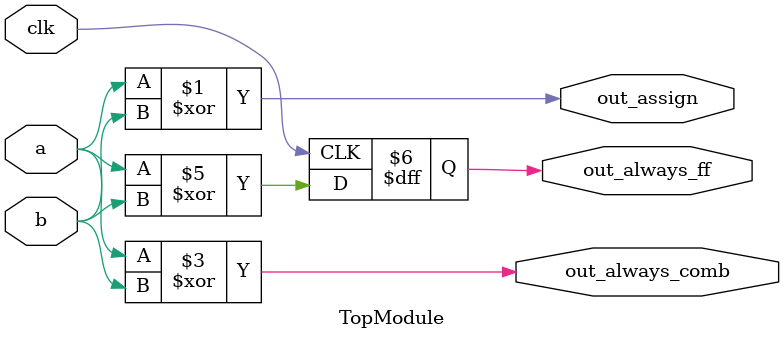
<source format=sv>
module TopModule (
    input  logic clk,
    input  logic a,
    input  logic b,
    output logic out_assign,
    output logic out_always_comb,
    output logic out_always_ff
);

    // Using assign statement for XOR
    assign out_assign = a ^ b;

    // Using combinational always block for XOR
    always @(*) begin
        out_always_comb = a ^ b;
    end

    // Using clocked always block for XOR
    always @(posedge clk) begin
        out_always_ff <= a ^ b;
    end

endmodule
</source>
